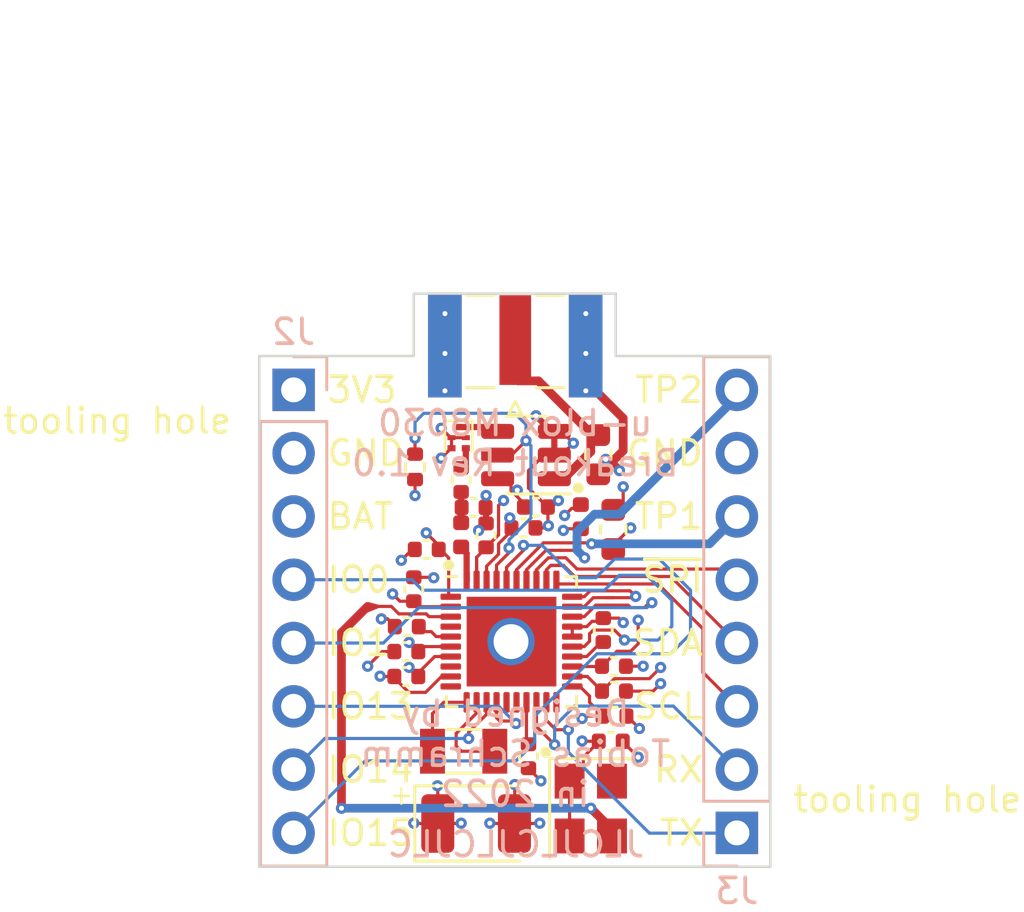
<source format=kicad_pcb>
(kicad_pcb (version 20211014) (generator pcbnew)
  (layers (0 "F.Cu" signal) (1 "In1.Cu" signal) (2 "In2.Cu" signal) (31 "B.Cu" signal) (34 "B.Paste" user) (35 "F.Paste" user) (36 "B.SilkS" user "B.Silkscreen") (37 "F.SilkS" user "F.Silkscreen") (38 "B.Mask" user) (39 "F.Mask" user) (44 "Edge.Cuts" user))
  (net 0 "")
  (net 1 "+3V3")
  (net 2 "GND")
  (net 3 "+1V8")
  (net 4 "Net-(C4-Pad1)")
  (net 5 "Net-(C5-Pad1)")
  (net 6 "+BATT")
  (net 7 "/~{RESET}")
  (net 8 "Net-(C10-Pad1)")
  (net 9 "Net-(C11-Pad2)")
  (net 10 "Net-(C14-Pad1)")
  (net 11 "Net-(C15-Pad1)")
  (net 12 "VDDA")
  (net 13 "Net-(J1-Pad1)")
  (net 14 "Net-(L3-Pad2)")
  (net 15 "/LNA_ON")
  (net 16 "Net-(U1-Pad4)")
  (net 17 "Net-(U3-Pad3)")
  (net 21 "Net-(U3-Pad11)")
  (net 22 "Net-(U3-Pad12)")
  (net 23 "/PIO14")
  (net 24 "/PIO13")
  (net 27 "/RX")
  (net 28 "/TX")
  (net 30 "/PIO0")
  (net 31 "/PIO1")
  (net 32 "/SCL")
  (net 33 "/SDA")
  (net 34 "/~{SPI_EN}")
  (net 35 "/TIME2")
  (net 36 "/TIME1")
  (net 37 "/PIO15")
  (footprint "Capacitor_SMD:C_0402_1005Metric" (layer "F.Cu") (at 106.4 96 90)
    (fp_text reference "C15" hide)
    (fp_text value "1uF")
  )
  (footprint "Inductor_SMD:L_0402_1005Metric" (layer "F.Cu") (at 100.7 92.1775 -90)
    (fp_text reference "L3" hide)
    (fp_text value "8.2nH")
  )
  (footprint "Inductor_SMD:L_0402_1005Metric" (layer "F.Cu") (at 105.5 91.45 90)
    (fp_text reference "FB1" hide)
    (fp_text value "100R@100MHz")
  )
  (footprint "Crystal:Crystal_SMD_3215-2Pin_3.2x1.5mm" (layer "F.Cu") (at 100.8 100.8625)
    (fp_text reference "Y1" hide)
    (fp_text value "32.768k")
  )
  (footprint "Connector_Coaxial:SMA_Samtec_SMA-J-P-X-ST-EM1_EdgeMount" (layer "F.Cu") (at 102.87 84.5625 180)
    (fp_text reference "J1" hide)
    (fp_text value "Conn_Coaxial")
  )
  (footprint "ToolingHole:ToolingHole_JLCSMT" (layer "F.Cu") (at 109.4 102.8)
    (fp_text reference "H2" hide)
    (fp_text value "ToolingHole")
  )
  (footprint "Capacitor_SMD:C_0402_1005Metric" (layer "F.Cu") (at 98.8 94.3625 90)
    (fp_text reference "C13" hide)
    (fp_text value "1uF")
  )
  (footprint "Inductor_SMD:L_0603_1608Metric" (layer "F.Cu") (at 106.8 91.9625 90)
    (fp_text reference "L2" hide)
    (fp_text value "68nH")
  )
  (footprint "Capacitor_SMD:C_0402_1005Metric" (layer "F.Cu") (at 106.83 98.45)
    (fp_text reference "C12" hide)
    (fp_text value "4.7uF")
  )
  (footprint "Inductor_SMD:L_0603_1608Metric" (layer "F.Cu") (at 106.2 88.9625 90)
    (fp_text reference "L1" hide)
    (fp_text value "1uH")
  )
  (footprint "Capacitor_SMD:C_0402_1005Metric" (layer "F.Cu") (at 98.52 95.8625 180)
    (fp_text reference "C14" hide)
    (fp_text value "4.7uF")
  )
  (footprint "Capacitor_SMD:C_0402_1005Metric" (layer "F.Cu") (at 101.7 92.2 90)
    (fp_text reference "C4" hide)
    (fp_text value "1uF")
  )
  (footprint "Capacitor_SMD:C_0402_1005Metric" (layer "F.Cu") (at 99.32 92.7625 180)
    (fp_text reference "C17" hide)
    (fp_text value "1uF")
  )
  (footprint "Resistor_SMD:R_0402_1005Metric" (layer "F.Cu") (at 98.85 89.45 90)
    (fp_text reference "R1" hide)
    (fp_text value "10k")
  )
  (footprint "Capacitor_SMD:C_0402_1005Metric" (layer "F.Cu") (at 98.5 96.8625 180)
    (fp_text reference "C7" hide)
    (fp_text value "1uF")
  )
  (footprint "Capacitor_SMD:C_0402_1005Metric" (layer "F.Cu") (at 103.7 91.0625)
    (fp_text reference "C5" hide)
    (fp_text value "100nF")
  )
  (footprint "Capacitor_Tantalum_SMD:CP_EIA-3528-21_Kemet-B" (layer "F.Cu") (at 101.3 103.7625)
    (fp_text reference "C1" hide)
    (fp_text value "100uF")
  )
  (footprint "Capacitor_SMD:C_0402_1005Metric" (layer "F.Cu") (at 103.2 91.9)
    (fp_text reference "C16" hide)
    (fp_text value "1uF")
  )
  (footprint "Capacitor_SMD:C_0402_1005Metric" (layer "F.Cu") (at 106.83 97.45)
    (fp_text reference "C6" hide)
    (fp_text value "4.7uF")
  )
  (footprint "Capacitor_SMD:C_0402_1005Metric" (layer "F.Cu") (at 103.4 101.0625 -90)
    (fp_text reference "C8" hide)
    (fp_text value "100nF")
  )
  (footprint "Capacitor_SMD:C_0402_1005Metric" (layer "F.Cu") (at 106.85 99.45)
    (fp_text reference "C9" hide)
    (fp_text value "4.7uF")
  )
  (footprint "Capacitor_SMD:C_0402_1005Metric" (layer "F.Cu") (at 98.5 97.8625 180)
    (fp_text reference "C2" hide)
    (fp_text value "1uF")
  )
  (footprint "Package_LGA_Murata:Murata_LGA-5" (layer "F.Cu") (at 100.6 88.2775 -90)
    (fp_text reference "U2" hide)
    (fp_text value "SAFFB1G56KB0F0A")
  )
  (footprint "ToolingHole:ToolingHole_JLCSMT" (layer "F.Cu") (at 96.3 87.6)
    (fp_text reference "H1" hide)
    (fp_text value "ToolingHole")
  )
  (footprint "Capacitor_SMD:C_0402_1005Metric" (layer "F.Cu") (at 100.7 89.9775 90)
    (fp_text reference "C11" hide)
    (fp_text value "47pF")
  )
  (footprint "Package_DFN_QFN:QFN-40-1EP_5x5mm_P0.4mm_EP3.6x3.6mm" (layer "F.Cu") (at 102.72 96.4625)
    (fp_text reference "U3" hide)
    (fp_text value "UBX-G7020-KT")
  )
  (footprint "Capacitor_SMD:C_0402_1005Metric" (layer "F.Cu") (at 101.2 91.0775)
    (fp_text reference "C10" hide)
    (fp_text value "2.7pF")
  )
  (footprint "Capacitor_SMD:C_0402_1005Metric" (layer "F.Cu") (at 106.7 100.4625)
    (fp_text reference "C3" hide)
    (fp_text value "100nF")
  )
  (footprint "Crystal:Crystal_SMD_3225-4Pin_3.2x2.5mm" (layer "F.Cu") (at 105.9 103.1625 -90)
    (fp_text reference "X1" hide)
    (fp_text value "26MHz")
  )
  (footprint "Package_TO_SOT_SMD:SOT-23-6" (layer "F.Cu") (at 103.3 88.9775 180)
    (fp_text reference "U1" hide)
    (fp_text value "AT2659S")
  )
  (footprint "Connector_PinHeader_2.54mm:PinHeader_1x08_P2.54mm_Vertical" (layer "B.Cu") (at 93.98 86.36 180)
    (fp_text reference "J2")
    (fp_text value "Conn_01x08")
  )
  (footprint "Connector_PinHeader_2.54mm:PinHeader_1x08_P2.54mm_Vertical" (layer "B.Cu") (at 111.76 104.14)
    (fp_text reference "J3")
    (fp_text value "Conn_01x08")
  )
  (gr_circle (center 104.1 100.9) (end 104.25 100.9) (layer "F.SilkS") (width 0.15) (fill solid))
  (gr_circle (center 105.4 90.3) (end 105.55 90.3) (layer "F.SilkS") (width 0.15) (fill solid))
  (gr_circle (center 100.2 93.4) (end 100.35 93.4) (layer "F.SilkS") (width 0.15) (fill solid))
  (gr_line (start 113.1 105.5) (end 92.6 105.5) (layer "Edge.Cuts") (width 0.1))
  (gr_line (start 98.8 85) (end 98.8 82.5) (layer "Edge.Cuts") (width 0.1))
  (gr_line (start 98.8 82.5) (end 106.9 82.5) (layer "Edge.Cuts") (width 0.1))
  (gr_line (start 113.1 85) (end 113.1 105.5) (layer "Edge.Cuts") (width 0.1))
  (gr_line (start 92.6 105.5) (end 92.6 85) (layer "Edge.Cuts") (width 0.1))
  (gr_line (start 106.9 85) (end 113.1 85) (layer "Edge.Cuts") (width 0.1))
  (gr_line (start 92.6 85) (end 98.8 85) (layer "Edge.Cuts") (width 0.1))
  (gr_line (start 106.9 82.5) (end 106.9 85) (layer "Edge.Cuts") (width 0.1))
  (gr_text "u-blox M8030\nBreakout Rev 1.0" (at 102.87 88.5) (layer "B.SilkS") (effects (font (size 1 1)) (justify mirror)))
  (gr_text "JLCJLCJLCJLC" (at 102.9 104.6) (layer "B.SilkS") (effects (font (size 1 1)) (justify mirror)))
  (gr_text "Designed by\nTobias Schramm\nin 2022" (at 102.87 100.965) (layer "B.SilkS") (effects (font (size 1 1)) (justify mirror)))
  (gr_text "IO14" (at 95.25 101.6) (layer "F.SilkS") (effects (font (size 1 1)) (justify left)))
  (gr_text "SCL" (at 110.49 99.06) (layer "F.SilkS") (effects (font (size 1 1)) (justify right)))
  (gr_text "3V3" (at 95.25 86.36) (layer "F.SilkS") (effects (font (size 1 1)) (justify left)))
  (gr_text "TP1" (at 110.49 91.44) (layer "F.SilkS") (effects (font (size 1 1)) (justify right)))
  (gr_text "IO1" (at 95.25 96.52) (layer "F.SilkS") (effects (font (size 1 1)) (justify left)))
  (gr_text "BAT" (at 95.25 91.44) (layer "F.SilkS") (effects (font (size 1 1)) (justify left)))
  (gr_text "+" (at 98.3 102.6) (layer "F.SilkS") (effects (font (size 0.8 0.8) (thickness 0.1))))
  (gr_text "GND" (at 95.25 88.9) (layer "F.SilkS") (effects (font (size 1 1)) (justify left)))
  (gr_text "IO0" (at 95.25 93.98) (layer "F.SilkS") (effects (font (size 1 1)) (justify left)))
  (gr_text "IO15" (at 95.25 104.14) (layer "F.SilkS") (effects (font (size 1 1)) (justify left)))
  (gr_text "TX" (at 110.49 104.14) (layer "F.SilkS") (effects (font (size 1 1)) (justify right)))
  (gr_text "SDA" (at 110.49 96.52) (layer "F.SilkS") (effects (font (size 1 1)) (justify right)))
  (gr_text "IO13" (at 95.25 99.06) (layer "F.SilkS") (effects (font (size 1 1)) (justify left)))
  (gr_text "~{SPI}" (at 110.49 93.98) (layer "F.SilkS") (effects (font (size 1 1)) (justify right)))
  (gr_text "RX" (at 110.49 101.6) (layer "F.SilkS") (effects (font (size 1 1)) (justify right)))
  (gr_text "TP2" (at 110.49 86.36) (layer "F.SilkS") (effects (font (size 1 1)) (justify right)))
  (gr_text "GND" (at 110.49 88.9) (layer "F.SilkS") (effects (font (size 1 1)) (justify right)))
  (segment (start 99.7625 103.7625) (end 100.6875 103.7625) (width 0.127) (layer "F.Cu") (net 1))
  (segment (start 105.85 98.65) (end 105.85 98.9) (width 0.127) (layer "F.Cu") (net 1))
  (segment (start 105.4625 98.2625) (end 105.85 98.65) (width 0.127) (layer "F.Cu") (net 1))
  (segment (start 105.1575 97.8625) (end 105.7625 97.8625) (width 0.127) (layer "F.Cu") (net 1))
  (segment (start 105.7625 97.8625) (end 106.35 98.45) (width 0.127) (layer "F.Cu") (net 1))
  (segment (start 106.35 98.45) (end 106.85 97.95) (width 0.127) (layer "F.Cu") (net 1))
  (segment (start 98.98 97.8625) (end 98.977295 97.8625) (width 0.127) (layer "F.Cu") (net 1))
  (segment (start 106.35 97.45) (end 106.95 96.85) (width 0.127) (layer "F.Cu") (net 1))
  (segment (start 106.85 97.95) (end 107.85 97.95) (width 0.127) (layer "F.Cu") (net 1))
  (segment (start 98.977295 97.8625) (end 98.610292 97.495497) (width 0.127) (layer "F.Cu") (net 1))
  (segment (start 105.85 98.9) (end 106.4 99.45) (width 0.127) (layer "F.Cu") (net 1))
  (segment (start 107.85 97.95) (end 108.25 97.95) (width 0.127) (layer "F.Cu") (net 1))
  (segment (start 108.25 97.95) (end 108.7 97.5) (width 0.127) (layer "F.Cu") (net 1))
  (segment (start 98.8125 103.7625) (end 98.8 103.75) (width 0.127) (layer "F.Cu") (net 1))
  (segment (start 100.6875 103.7625) (end 100.7 103.75) (width 0.127) (layer "F.Cu") (net 1))
  (segment (start 107.5 96.85) (end 107.8 96.55) (width 0.127) (layer "F.Cu") (net 1))
  (segment (start 105.1575 98.2625) (end 105.4625 98.2625) (width 0.127) (layer "F.Cu") (net 1))
  (segment (start 107.8 96.55) (end 107.8 95.6) (width 0.127) (layer "F.Cu") (net 1))
  (segment (start 106.37 99.45) (end 105.65 99.45) (width 0.127) (layer "F.Cu") (net 1))
  (segment (start 105.65 99.45) (end 105.55 99.55) (width 0.127) (layer "F.Cu") (net 1))
  (segment (start 106.8 92.6) (end 107.5 91.9) (width 0.127) (layer "F.Cu") (net 1))
  (segment (start 99.7625 103.7625) (end 99.7625 102.2625) (width 0.127) (layer "F.Cu") (net 1))
  (segment (start 99.7625 103.7625) (end 98.8125 103.7625) (width 0.127) (layer "F.Cu") (net 1))
  (segment (start 99.6375 97.0625) (end 99.1 97.6) (width 0.127) (layer "F.Cu") (net 1))
  (segment (start 99.7625 102.2625) (end 99.75 102.25) (width 0.127) (layer "F.Cu") (net 1))
  (segment (start 105.1575 97.4625) (end 106.3375 97.4625) (width 0.127) (layer "F.Cu") (net 1))
  (segment (start 106.3375 97.4625) (end 106.35 97.45) (width 0.127) (layer "F.Cu") (net 1))
  (segment (start 99.1 97.6) (end 99.1 97.7) (width 0.127) (layer "F.Cu") (net 1))
  (segment (start 106.95 96.85) (end 107.5 96.85) (width 0.127) (layer "F.Cu") (net 1))
  (segment (start 100.2825 97.0625) (end 99.6375 97.0625) (width 0.127) (layer "F.Cu") (net 1))
  (segment (start 106.8 92.75) (end 106.8 92.6) (width 0.127) (layer "F.Cu") (net 1))
  (via (at 98.8 103.75) (size 0.45) (drill 0.2) (layers "F.Cu" "B.Cu") (net 1))
  (via (at 107.8 95.6) (size 0.45) (drill 0.2) (layers "F.Cu" "B.Cu") (net 1))
  (via (at 107.5 91.9) (size 0.45) (drill 0.2) (layers "F.Cu" "B.Cu") (net 1))
  (via (at 105.55 99.55) (size 0.45) (drill 0.2) (layers "F.Cu" "B.Cu") (net 1))
  (via (at 99.75 102.25) (size 0.45) (drill 0.2) (layers "F.Cu" "B.Cu") (net 1))
  (via (at 100.7 103.75) (size 0.45) (drill 0.2) (layers "F.Cu" "B.Cu") (net 1))
  (via (at 98.610292 97.495497) (size 0.45) (drill 0.2) (layers "F.Cu" "B.Cu") (net 1))
  (via (at 108.7 97.5) (size 0.45) (drill 0.2) (layers "F.Cu" "B.Cu") (net 1))
  (segment (start 107.31 98.45) (end 108.4 98.45) (width 0.127) (layer "F.Cu") (net 2))
  (segment (start 100.8875 88.2775) (end 100.2775 88.2775) (width 0.127) (layer "F.Cu") (net 2))
  (segment (start 106.625 89.275) (end 106.5 89.15) (width 0.35) (layer "F.Cu") (net 2))
  (segment (start 101.68 91.72) (end 101.4 92) (width 0.25) (layer "F.Cu") (net 2))
  (segment (start 103.4 89.9) (end 103.4 89.6) (width 0.127) (layer "F.Cu") (net 2))
  (segment (start 105.5625 100.4625) (end 105.55 100.45) (width 0.127) (layer "F.Cu") (net 2))
  (segment (start 104.4375 88.1375) (end 103.7 87.4) (width 0.25) (layer "F.Cu") (net 2))
  (segment (start 105.6375 94.6625) (end 105.875 94.425) (width 0.127) (layer "F.Cu") (net 2))
  (segment (start 98.7375 92.7625) (end 98.3 93.2) (width 0.127) (layer "F.Cu") (net 2))
  (segment (start 98.02 96.8625) (end 97.5375 96.8625) (width 0.127) (layer "F.Cu") (net 2))
  (segment (start 105.05 102.0625) (end 105.05 104.25) (width 0.127) (layer "F.Cu") (net 2))
  (segment (start 106.975 94.425) (end 107.475 94.425) (width 0.127) (layer "F.Cu") (net 2))
  (segment (start 97.4625 97.8625) (end 97.45 97.85) (width 0.127) (layer "F.Cu") (net 2))
  (segment (start 105.6 101.45) (end 105.6 101.1) (width 0.127) (layer "F.Cu") (net 2))
  (segment (start 104.0225 88.9775) (end 104.4375 88.9775) (width 0.127) (layer "F.Cu") (net 2))
  (segment (start 105.1575 94.6625) (end 105.6375 94.6625) (width 0.127) (layer "F.Cu") (net 2))
  (segment (start 101.7 91.72) (end 101.68 91.72) (width 0.25) (layer "F.Cu") (net 2))
  (segment (start 104.3375 91.0625) (end 104.6 90.8) (width 0.127) (layer "F.Cu") (net 2))
  (segment (start 105.1575 95.0625) (end 105.6375 95.0625) (width 0.127) (layer "F.Cu") (net 2))
  (segment (start 104.18 91.795) (end 104.2 91.815) (width 0.127) (layer "F.Cu") (net 2))
  (segment (start 97.75 95.55) (end 97.5 95.55) (width 0.127) (layer "F.Cu") (net 2))
  (segment (start 104.4375 88.9775) (end 104.7225 88.9775) (width 0.127) (layer "F.Cu") (net 2))
  (segment (start 106.4 95.52) (end 106.47 95.52) (width 0.127) (layer "F.Cu") (net 2))
  (segment (start 100.3125 88.2775) (end 100.2775 88.2775) (width 0.127) (layer "F.Cu") (net 2))
  (segment (start 103.4 101.55) (end 103.9 102.05) (width 0.127) (layer "F.Cu") (net 2))
  (segment (start 100.2775 88.2775) (end 99.9 87.9) (width 0.127) (layer "F.Cu") (net 2))
  (segment (start 104.7275 88.0275) (end 105.2 88.5) (width 0.127) (layer "F.Cu") (net 2))
  (segment (start 107.33 99.45) (end 107.35 99.45) (width 0.127) (layer "F.Cu") (net 2))
  (segment (start 102.85 103.75) (end 102.85 102.2) (width 0.127) (layer "F.Cu") (net 2))
  (segment (start 105.7375 95.8625) (end 105.95 95.65) (width 0.127) (layer "F.Cu") (net 2))
  (segment (start 100.3125 88.6875) (end 100.3 88.7) (width 0.127) (layer "F.Cu") (net 2))
  (segment (start 106 94.7) (end 106.5 94.7) (width 0.127) (layer "F.Cu") (net 2))
  (segment (start 106.4 95.52) (end 106.42 95.52) (width 0.127) (layer "F.Cu") (net 2))
  (segment (start 102.8375 103.7625) (end 102.85 103.75) (width 0.127) (layer "F.Cu") (net 2))
  (segment (start 107.2 88.8) (end 107.2 87.5) (width 0.35) (layer "F.Cu") (net 2))
  (segment (start 100.2975 88.7025) (end 99.9 89.1) (width 0.127) (layer "F.Cu") (net 2))
  (segment (start 106.22 100.4625) (end 105.5625 100.4625) (width 0.127) (layer "F.Cu") (net 2))
  (segment (start 99.2825 93.8825) (end 99.5825 93.8825) (width 0.127) (layer "F.Cu") (net 2))
  (segment (start 103.68 91.9) (end 104.115 91.9) (width 0.127) (layer "F.Cu") (net 2))
  (segment (start 102.8375 103.7625) (end 101.8625 103.7625) (width 0.127) (layer "F.Cu") (net 2))
  (segment (start 104.4375 88.9775) (end 104.4375 88.1375) (width 0.25) (layer "F.Cu") (net 2))
  (segment (start 107.35 99.45) (end 107.85 99.95) (width 0.127) (layer "F.Cu") (net 2))
  (segment (start 103.4 90.1) (end 103.4 89.9) (width 0.127) (layer "F.Cu") (net 2))
  (segment (start 103.4 89.9) (end 103.4 90.3) (width 0.127) (layer "F.Cu") (net 2))
  (segment (start 106.5 94.7) (end 106.85 94.7) (width 0.127) (layer "F.Cu") (net 2))
  (segment (start 106.725 89.275) (end 107.05 89.6) (width 0.35) (layer "F.Cu") (net 2))
  (segment (start 100.2825 97.8625) (end 99.912883 97.8625) (width 0.127) (layer "F.Cu") (net 2))
  (segment (start 104.18 91.0625) (end 104.18 91.795) (width 0.127) (layer "F.Cu") (net 2))
  (segment (start 98.04 95.84) (end 97.75 95.55) (width 0.127) (layer "F.Cu") (net 2))
  (segment (start 103.4 101.5425) (end 103.4 101.65) (width 0.127) (layer "F.Cu") (net 2))
  (segment (start 107.65 94.7) (end 107.7 94.65) (width 0.127) (layer "F.Cu") (net 2))
  (segment (start 104.38 91.0625) (end 104.38 91.02) (width 0.127) (layer "F.Cu") (net 2))
  (segment (start 106.4 95.52) (end 107.02 95.52) (width 0.127) (layer "F.Cu") (net 2))
  (segment (start 107.31 97.45) (end 108 97.45) (width 0.127) (layer "F.Cu") (net 2))
  (segment (start 101.8625 103.7625) (end 101.85 103.75) (width 0.127) (layer "F.Cu") (net 2))
  (segment (start 104.115 91.9) (end 104.2 91.815) (width 0.127) (layer "F.Cu") (net 2))
  (segment (start 105.6 101.1) (end 106.25 100.45) (width 0.127) (layer "F.Cu") (net 2))
  (segment (start 103.4 89.6) (end 104.0225 88.9775) (width 0.127) (layer "F.Cu") (net 2))
  (segment (start 106.725 89.275) (end 107.2 88.8) (width 0.35) (layer "F.Cu") (net 2))
  (segment (start 98.8 93.8825) (end 99.2825 93.8825) (width 0.127) (layer "F.Cu") (net 2))
  (segment (start 105.875 94.425) (end 106.975 94.425) (width 0.127) (layer "F.Cu") (net 2))
  (segment (start 97.5375 96.8625) (end 96.95 97.45) (width 0.127) (layer "F.Cu") (net 2))
  (segment (start 105.1575 95.8575) (end 105.15 95.85) (width 0.127) (layer "F.Cu") (net 2))
  (segment (start 106.47 95.52) (end 106.6 95.65) (width 0.127) (layer "F.Cu") (net 2))
  (segment (start 105.6375 95.0625) (end 106 94.7) (width 0.127) (layer "F.Cu") (net 2))
  (segment (start 104.7225 88.9775) (end 105.2 88.5) (width 0.127) (layer "F.Cu") (net 2))
  (segment (start 98.04 95.8625) (end 98.04 95.84) (width 0.127) (layer "F.Cu") (net 2))
  (segment (start 103.4 90.3) (end 104.2 91.1) (width 0.127) (layer "F.Cu") (net 2))
  (segment (start 106.725 89.275) (end 106.625 89.275) (width 0.35) (layer "F.Cu") (net 2))
  (segment (start 106.5 94.7) (end 107.65 94.7) (width 0.127) (layer "F.Cu") (net 2))
  (segment (start 104.18 91.0625) (end 104.3375 91.0625) (width 0.127) (layer "F.Cu") (net 2))
  (segment (start 106.25 89.75) (end 106.725 89.275) (width 0.35) (layer "F.Cu") (net 2))
  (segment (start 99.912883 97.8625) (end 99.275383 98.5) (width 0.127) (layer "F.Cu") (net 2))
  (segment (start 103.4 101.5425) (end 103.4 101.55) (width 0.127) (layer "F.Cu") (net 2))
  (segment (start 100.3125 88.2775) (end 100.3125 88.6875) (width 0.127) (layer "F.Cu") (net 2))
  (segment (start 107.475 94.425) (end 107.7 94.65) (width 0.127) (layer "F.Cu") (net 2))
  (segment (start 105.95 95.65) (end 106.45 95.65) (width 0.127) (layer "F.Cu") (net 2))
  (segment (start 99.275383 98.5) (end 98.6 98.5) (width 0.127) (layer "F.Cu") (net 2))
  (segment (start 107.2 87.5) (end 105.8 86.1) (width 0.35) (layer "F.Cu") (net 2))
  (segment (start 107.02 95.52) (end 107.2 95.7) (width 0.127) (layer "F.Cu") (net 2))
  (segment (start 98.85 89.96) (end 98.85 90.6) (width 0.127) (layer "F.Cu") (net 2))
  (segment (start 108.4 98.45) (end 108.7 98.15) (width 0.127) (layer "F.Cu") (net 2))
  (segment (start 103.8375 103.7625) (end 103.85 103.75) (width 0.127) (layer "F.Cu") (net 2))
  (segment (start 105.05 102) (end 105.6 101.45) (width 0.127) (layer "F.Cu") (net 2))
  (segment (start 105.05 102.0625) (end 105.05 102) (width 0.127) (layer "F.Cu") (net 2))
  (segment (start 102.8375 103.7625) (end 103.8375 103.7625) (width 0.127) (layer "F.Cu") (net 2))
  (segment (start 98.84 92.7625) (end 98.7375 92.7625) (width 0.127) (layer "F.Cu") (net 2))
  (segment (start 105.1575 96.2625) (end 105.1575 95.8575) (width 0.127) (layer "F.Cu") (net 2))
  (segment (start 101.7 91.72) (end 101.7 90.6) (width 0.25) (layer "F.Cu") (net 2))
  (segment (start 105.1575 95.8625) (end 105.7375 95.8625) (width 0.127) (layer "F.Cu") (net 2))
  (segment (start 98.6 98.5) (end 98 97.9) (width 0.127) (layer "F.Cu") (net 2))
  (segment (start 106.2 89.75) (end 106.25 89.75) (width 0.35) (layer "F.Cu") (net 2))
  (segment (start 104.4375 88.0275) (end 104.7275 88.0275) (width 0.127) (layer "F.Cu") (net 2))
  (segment (start 98.02 97.8625) (end 97.4625 97.8625) (width 0.127) (layer "F.Cu") (net 2))
  (segment (start 99.5825 93.8825) (end 99.6 93.9) (width 0.127) (layer "F.Cu") (net 2))
  (segment (start 100.3125 88.7025) (end 100.2975 88.7025) (width 0.127) (layer "F.Cu") (net 2))
  (via (at 104.6 90.8) (size 0.45) (drill 0.2) (layers "F.Cu" "B.Cu") (net 2))
  (via (at 107.7 94.65) (size 0.45) (drill 0.2) (layers "F.Cu" "B.Cu") (net 2))
  (via (at 107.85 99.95) (size 0.45) (drill 0.2) (layers "F.Cu" "B.Cu") (net 2))
  (via (at 101.4 92) (size 0.45) (drill 0.2) (layers "F.Cu" "B.Cu") (net 2))
  (via (at 96.95 97.45) (size 0.45) (drill 0.2) (layers "F.Cu" "B.Cu") (net 2))
  (via (at 108.7 98.15) (size 0.45) (drill 0.2) (layers "F.Cu" "B.Cu") (net 2))
  (via (at 104.2 91.815) (size 0.45) (drill 0.2) (layers "F.Cu" "B.Cu") (net 2))
  (via (at 103.9 102.05) (size 0.45) (drill 0.2) (layers "F.Cu" "B.Cu") (net 2))
  (via (at 107.2 95.7) (size 0.45) (drill 0.2) (layers "F.Cu" "B.Cu") (net 2))
  (via (at 106.5 89.15) (size 0.45) (drill 0.2) (layers "F.Cu" "B.Cu") (net 2))
  (via (at 107.05 89.6) (size 0.45) (drill 0.2) (layers "F.Cu" "B.Cu") (net 2))
  (via (at 100.05 84.9) (size 0.45) (drill 0.2) (layers "F.Cu" "B.Cu") (net 2))
  (via (at 97.5 95.55) (size 0.45) (drill 0.2) (layers "F.Cu" "B.Cu") (net 2))
  (via (at 105.7 84.9) (size 0.45) (drill 0.2) (layers "F.Cu" "B.Cu") (net 2))
  (via (at 98.3 93.2) (size 0.45) (drill 0.2) (layers "F.Cu" "B.Cu") (net 2))
  (via (at 99.9 87.9) (size 0.45) (drill 0.2) (layers "F.Cu" "B.Cu") (net 2))
  (via (at 105.55 100.45) (size 0.45) (drill 0.2) (layers "F.Cu" "B.Cu") (net 2))
  (via (at 105.2 88.5) (size 0.45) (drill 0.2) (layers "F.Cu" "B.Cu") (net 2))
  (via (at 101.7 90.6) (size 0.45) (drill 0.2) (layers "F.Cu" "B.Cu") (net 2))
  (via (at 101.85 103.75) (size 0.45) (drill 0.2) (layers "F.Cu" "B.Cu") (net 2))
  (via (at 105.7 86.4) (size 0.45) (drill 0.2) (layers "F.Cu" "B.Cu") (net 2))
  (via (at 102.7 96.4625) (size 1.9) (drill 1.4) (layers "F.Cu" "B.Cu") (net 2))
  (via (at 108 97.45) (size 0.45) (drill 0.2) (layers "F.Cu" "B.Cu") (net 2))
  (via (at 100.05 83.3) (size 0.45) (drill 0.2) (layers "F.Cu" "B.Cu") (net 2))
  (via (at 98.85 90.6) (size 0.45) (drill 0.2) (layers "F.Cu" "B.Cu") (net 2))
  (via (at 105.7 83.3) (size 0.45) (drill 0.2) (layers "F.Cu" "B.Cu") (net 2))
  (via (at 99.9 89.1) (size 0.45) (drill 0.2) (layers "F.Cu" "B.Cu") (net 2))
  (via (at 103.7 87.4) (size 0.45) (drill 0.2) (layers "F.Cu" "B.Cu") (net 2))
  (via (at 102.85 102.2) (size 0.45) (drill 0.2) (layers "F.Cu" "B.Cu") (net 2))
  (via (at 99.6 93.9) (size 0.45) (drill 0.2) (layers "F.Cu" "B.Cu") (net 2))
  (via (at 97.45 97.85) (size 0.45) (drill 0.2) (layers "F.Cu" "B.Cu") (net 2))
  (via (at 100.05 86.4) (size 0.45) (drill 0.2) (layers "F.Cu" "B.Cu") (net 2))
  (via (at 103.85 103.75) (size 0.45) (drill 0.2) (layers "F.Cu" "B.Cu") (net 2))
  (segment (start 107.8 101.1) (end 107.2 100.5) (width 0.127) (layer "F.Cu") (net 3))
  (segment (start 98.9625 95.0625) (end 98.8 94.9) (width 0.127) (layer "F.Cu") (net 3))
  (segment (start 98.8 94.8425) (end 98.2425 94.8425) (width 0.127) (layer "F.Cu") (net 3))
  (segment (start 98.2425 94.8425) (end 97.95 94.55) (width 0.127) (layer "F.Cu") (net 3))
  (segment (start 107.18 100.4625) (end 107.18 101.82) (width 0.127) (layer "F.Cu") (net 3))
  (segment (start 107.2 100.5) (end 107.2 100.4) (width 0.127) (layer "F.Cu") (net 3))
  (segment (start 100.2825 95.0625) (end 98.9625 95.0625) (width 0.127) (layer "F.Cu") (net 3))
  (segment (start 107.18 101.82) (end 107.15 101.85) (width 0.127) (layer "F.Cu") (net 3))
  (via (at 107.8 101.1) (size 0.45) (drill 0.2) (layers "F.Cu" "B.Cu") (net 3))
  (via (at 97.95 94.55) (size 0.45) (drill 0.2) (layers "F.Cu" "B.Cu") (net 3))
  (segment (start 101.7 92.68) (end 102.2 92.18) (width 0.127) (layer "F.Cu") (net 4))
  (segment (start 99.8 92.6) (end 99.3 92.1) (width 0.127) (layer "F.Cu") (net 4))
  (segment (start 101.32 93.08) (end 101.7 92.7) (width 0.127) (layer "F.Cu") (net 4))
  (segment (start 100.2 93.1) (end 100.2 94.7) (width 0.127) (layer "F.Cu") (net 4))
  (segment (start 99.8 92.7625) (end 99.8 92.6) (width 0.127) (layer "F.Cu") (net 4))
  (segment (start 99.8 92.7625) (end 99.8625 92.7625) (width 0.127) (layer "F.Cu") (net 4))
  (segment (start 101.32 94.025) (end 101.32 93.18) (width 0.127) (layer "F.Cu") (net 4))
  (segment (start 101.32 94.025) (end 101.32 93.08) (width 0.127) (layer "F.Cu") (net 4))
  (segment (start 102.2 91) (end 102.4 90.8) (width 0.127) (layer "F.Cu") (net 4))
  (segment (start 102.2 92.18) (end 102.2 91) (width 0.127) (layer "F.Cu") (net 4))
  (segment (start 105.135 91.115) (end 104.85 91.4) (width 0.127) (layer "F.Cu") (net 4))
  (segment (start 99.8625 92.7625) (end 100.2 93.1) (width 0.127) (layer "F.Cu") (net 4))
  (segment (start 105.5 91.115) (end 105.135 91.115) (width 0.127) (layer "F.Cu") (net 4))
  (via (at 99.3 92.1) (size 0.45) (drill 0.2) (layers "F.Cu" "B.Cu") (net 4))
  (via (at 102.4 90.8) (size 0.45) (drill 0.2) (layers "F.Cu" "B.Cu") (net 4))
  (via (at 104.85 91.4) (size 0.45) (drill 0.2) (layers "F.Cu" "B.Cu") (net 4))
  (segment (start 102.7 90.3) (end 102.7 89.9) (width 0.127) (layer "F.Cu") (net 5))
  (segment (start 102.835 90.5) (end 102.95 90.385) (width 0.127) (layer "F.Cu") (net 5))
  (segment (start 102.8 90.5) (end 102.7 90.4) (width 0.127) (layer "F.Cu") (net 5))
  (segment (start 103.42 91.0625) (end 103.42 91.02) (width 0.127) (layer "F.Cu") (net 5))
  (segment (start 103.22 91.0625) (end 103.22 90.92) (width 0.127) (layer "F.Cu") (net 5))
  (segment (start 102.8 90.5) (end 102.835 90.5) (width 0.127) (layer "F.Cu") (net 5))
  (segment (start 106.8 91.175) (end 106.875 91.175) (width 0.127) (layer "F.Cu") (net 5))
  (segment (start 102.7 90.4) (end 102.7 90.3) (width 0.127) (layer "F.Cu") (net 5))
  (segment (start 103.22 90.92) (end 102.8 90.5) (width 0.127) (layer "F.Cu") (net 5))
  (segment (start 106.875 91.175) (end 107.2 90.85) (width 0.127) (layer "F.Cu") (net 5))
  (segment (start 107.2 90.85) (end 107.2 90.25) (width 0.127) (layer "F.Cu") (net 5))
  (via (at 107.2 90.25) (size 0.45) (drill 0.2) (layers "F.Cu" "B.Cu") (net 5))
  (via (at 102.95 90.385) (size 0.45) (drill 0.2) (layers "F.Cu" "B.Cu") (net 5))
  (segment (start 98.977295 96.8625) (end 98.610292 96.495497) (width 0.127) (layer "F.Cu") (net 6))
  (segment (start 100.2825 96.6625) (end 98.9375 96.6625) (width 0.127) (layer "F.Cu") (net 6))
  (segment (start 98.9375 96.6625) (end 98.9 96.7) (width 0.127) (layer "F.Cu") (net 6))
  (segment (start 98.98 96.8625) (end 98.977295 96.8625) (width 0.127) (layer "F.Cu") (net 6))
  (via (at 98.610292 96.495497) (size 0.45) (drill 0.2) (layers "F.Cu" "B.Cu") (net 6))
  (segment (start 103.32 98.9) (end 103.32 100.52) (width 0.127) (layer "F.Cu") (net 7))
  (segment (start 103.32 100.52) (end 103.35 100.55) (width 0.127) (layer "F.Cu") (net 7))
  (segment (start 100.7 91.6925) (end 100.7 90.4) (width 0.25) (layer "F.Cu") (net 8))
  (segment (start 100.8875 89.3125) (end 100.7 89.5) (width 0.25) (layer "F.Cu") (net 9))
  (segment (start 100.8875 88.7025) (end 100.8875 89.3125) (width 0.25) (layer "F.Cu") (net 9))
  (segment (start 99.7 96.2625) (end 99.5 96.0625) (width 0.127) (layer "F.Cu") (net 10))
  (segment (start 100.2825 96.2625) (end 99.7 96.2625) (width 0.127) (layer "F.Cu") (net 10))
  (segment (start 99.5 96.0625) (end 99 96.0625) (width 0.127) (layer "F.Cu") (net 10))
  (segment (start 105.1575 97.0625) (end 105.7375 97.0625) (width 0.127) (layer "F.Cu") (net 11))
  (segment (start 105.7375 97.0625) (end 106.35 96.45) (width 0.127) (layer "F.Cu") (net 11))
  (segment (start 102.72 92.018532) (end 102.72 91.9) (width 0.127) (layer "F.Cu") (net 12))
  (segment (start 102.2 92.538532) (end 102.72 92.018532) (width 0.127) (layer "F.Cu") (net 12))
  (segment (start 101.72 93.436718) (end 102.006698 93.15002) (width 0.127) (layer "F.Cu") (net 12))
  (segment (start 102.2 92.956718) (end 102.2 92.75) (width 0.127) (layer "F.Cu") (net 12))
  (segment (start 102.72 91.57) (end 102.65 91.5) (width 0.127) (layer "F.Cu") (net 12))
  (segment (start 104.865 91.935) (end 104.8 92) (width 0.127) (layer "F.Cu") (net 12))
  (segment (start 102.2 92.75) (end 102.2 92.6) (width 0.127) (layer "F.Cu") (net 12))
  (segment (start 102.2 92.75) (end 102.2 92.538532) (width 0.127) (layer "F.Cu") (net 12))
  (segment (start 105.5 91.935) (end 104.865 91.935) (width 0.127) (layer "F.Cu") (net 12))
  (segment (start 102.72 91.9) (end 102.72 91.57) (width 0.127) (layer "F.Cu") (net 12))
  (segment (start 101.72 94.025) (end 101.72 93.436718) (width 0.127) (layer "F.Cu") (net 12))
  (segment (start 102.006698 93.15002) (end 102.2 92.956718) (width 0.127) (layer "F.Cu") (net 12))
  (via (at 102.65 91.5) (size 0.45) (drill 0.2) (layers "F.Cu" "B.Cu") (net 12))
  (via (at 104.8 92) (size 0.45) (drill 0.2) (layers "F.Cu" "B.Cu") (net 12))
  (segment (start 106.2 88.175) (end 105.975 88.175) (width 0.35) (layer "F.Cu") (net 13))
  (segment (start 104.4375 89.9275) (end 104.811728 89.9275) (width 0.35) (layer "F.Cu") (net 13))
  (segment (start 105.9 88.839228) (end 105.9 88.2) (width 0.35) (layer "F.Cu") (net 13))
  (segment (start 104.811728 89.9275) (end 105.9 88.839228) (width 0.35) (layer "F.Cu") (net 13))
  (segment (start 103.8 86) (end 103 86) (width 0.35) (layer "F.Cu") (net 13))
  (segment (start 105.975 88.175) (end 103.8 86) (width 0.35) (layer "F.Cu") (net 13))
  (segment (start 100.92 92.92) (end 100.7 92.7) (width 0.25) (layer "F.Cu") (net 14))
  (segment (start 100.92 94.025) (end 100.92 92.92) (width 0.25) (layer "F.Cu") (net 14))
  (segment (start 102.332625 93.182625) (end 102.620216 92.895034) (width 0.127) (layer "F.Cu") (net 15))
  (segment (start 102.620216 92.895034) (end 102.620216 92.705216) (width 0.127) (layer "F.Cu") (net 15))
  (segment (start 102.1625 88.9775) (end 102.7225 88.9775) (width 0.127) (layer "F.Cu") (net 15))
  (segment (start 102.12 93.39525) (end 102.332625 93.182625) (width 0.127) (layer "F.Cu") (net 15))
  (segment (start 102.12 94.025) (end 102.12 93.39525) (width 0.127) (layer "F.Cu") (net 15))
  (segment (start 102.7225 88.9775) (end 103.3 88.4) (width 0.127) (layer "F.Cu") (net 15))
  (segment (start 98.85 88.94) (end 98.85 88.3) (width 0.127) (layer "F.Cu") (net 15))
  (via (at 103.3 88.4) (size 0.45) (drill 0.2) (layers "F.Cu" "B.Cu") (net 15))
  (via (at 98.85 88.3) (size 0.45) (drill 0.2) (layers "F.Cu" "B.Cu") (net 15))
  (via (at 102.620216 92.705216) (size 0.45) (drill 0.2) (layers "F.Cu" "B.Cu") (net 15))
  (segment (start 103.5 91.5) (end 103.5 88.6) (width 0.127) (layer "B.Cu") (net 15))
  (segment (start 100 87.3) (end 99.2 87.3) (width 0.127) (layer "B.Cu") (net 15))
  (segment (start 102.85 87.3) (end 100 87.3) (width 0.127) (layer "B.Cu") (net 15))
  (segment (start 98.85 87.65) (end 98.85 88.3) (width 0.127) (layer "B.Cu") (net 15))
  (segment (start 100 87.3) (end 99.85 87.3) (width 0.127) (layer "B.Cu") (net 15))
  (segment (start 99.2 87.3) (end 98.85 87.65) (width 0.127) (layer "B.Cu") (net 15))
  (segment (start 103.3 88.4) (end 103.3 87.75) (width 0.127) (layer "B.Cu") (net 15))
  (segment (start 103.3 87.75) (end 102.85 87.3) (width 0.127) (layer "B.Cu") (net 15))
  (segment (start 102.620216 92.705216) (end 102.620216 92.379784) (width 0.127) (layer "B.Cu") (net 15))
  (segment (start 102.620216 92.379784) (end 103.5 91.5) (width 0.127) (layer "B.Cu") (net 15))
  (segment (start 103.5 88.6) (end 103.3 88.4) (width 0.127) (layer "B.Cu") (net 15))
  (segment (start 102.2525 87.8525) (end 102.3 87.9) (width 0.25) (layer "F.Cu") (net 16))
  (segment (start 100.6 87.8525) (end 102.2525 87.8525) (width 0.25) (layer "F.Cu") (net 16))
  (segment (start 96.95 95.05) (end 97.9 95.05) (width 0.127) (layer "F.Cu") (net 17))
  (segment (start 106.75 104.2625) (end 106.75 104) (width 0.127) (layer "F.Cu") (net 17))
  (segment (start 96.5 95.5) (end 96.95 95.05) (width 0.127) (layer "F.Cu") (net 17))
  (segment (start 99.4125 95.4625) (end 100.2825 95.4625) (width 0.127) (layer "F.Cu") (net 17))
  (segment (start 95.9 96.1) (end 96.95 95.05) (width 0.35) (layer "F.Cu") (net 17))
  (segment (start 95.9 103.15) (end 95.9 96.1) (width 0.35) (layer "F.Cu") (net 17))
  (segment (start 106.75 104) (end 105.9 103.15) (width 0.35) (layer "F.Cu") (net 17))
  (segment (start 97.9 95.05) (end 98.2 95.35) (width 0.127) (layer "F.Cu") (net 17))
  (segment (start 98.2 95.35) (end 99.3 95.35) (width 0.127) (layer "F.Cu") (net 17))
  (segment (start 99.3 95.35) (end 99.4125 95.4625) (width 0.127) (layer "F.Cu") (net 17))
  (via (at 105.9 103.15) (size 0.45) (drill 0.2) (layers "F.Cu" "B.Cu") (net 17))
  (via (at 95.9 103.15) (size 0.45) (drill 0.2) (layers "F.Cu" "B.Cu") (net 17))
  (segment (start 95.9 103.15) (end 105.9 103.15) (width 0.35) (layer "B.Cu") (net 17))
  (segment (start 100 98.9) (end 99.55 99.35) (width 0.127) (layer "F.Cu") (net 21))
  (segment (start 100.92 98.9) (end 100 98.9) (width 0.127) (layer "F.Cu") (net 21))
  (segment (start 99.55 99.35) (end 99.55 100.85) (width 0.127) (layer "F.Cu") (net 21))
  (segment (start 100.9 99.75) (end 100.5 100.15) (width 0.127) (layer "F.Cu") (net 22))
  (segment (start 101.32 99.33) (end 100.9 99.75) (width 0.127) (layer "F.Cu") (net 22))
  (segment (start 100.5 100.15) (end 100.5 100.65) (width 0.127) (layer "F.Cu") (net 22))
  (segment (start 100.5 100.65) (end 100.55 100.7) (width 0.127) (layer "F.Cu") (net 22))
  (segment (start 102.05 100.8625) (end 100.7125 100.8625) (width 0.127) (layer "F.Cu") (net 22))
  (segment (start 100.7125 100.8625) (end 100.55 100.7) (width 0.127) (layer "F.Cu") (net 22))
  (segment (start 101.32 98.9) (end 101.32 99.33) (width 0.127) (layer "F.Cu") (net 22))
  (segment (start 101.72 99.38) (end 101.25 99.85) (width 0.127) (layer "F.Cu") (net 23))
  (segment (start 101.25 99.85) (end 101 100.1) (width 0.127) (layer "F.Cu") (net 23))
  (segment (start 101 100.1) (end 101 100.35) (width 0.127) (layer "F.Cu") (net 23))
  (segment (start 101.72 98.9) (end 101.72 99.38) (width 0.127) (layer "F.Cu") (net 23))
  (via (at 101 100.35) (size 0.45) (drill 0.2) (layers "F.Cu" "B.Cu") (net 23))
  (segment (start 95.23 100.35) (end 101 100.35) (width 0.127) (layer "B.Cu") (net 23))
  (segment (start 93.98 101.6) (end 95.23 100.35) (width 0.127) (layer "B.Cu") (net 23))
  (segment (start 102.12 99.52) (end 102.25 99.65) (width 0.127) (layer "F.Cu") (net 24))
  (segment (start 102.8 99.65) (end 102.9 99.75) (width 0.127) (layer "F.Cu") (net 24))
  (segment (start 102.12 98.9) (end 102.12 99.52) (width 0.127) (layer "F.Cu") (net 24))
  (segment (start 102.25 99.65) (end 102.8 99.65) (width 0.127) (layer "F.Cu") (net 24))
  (via (at 102.9 99.75) (size 0.45) (drill 0.2) (layers "F.Cu" "B.Cu") (net 24))
  (segment (start 93.98 99.06) (end 102.21 99.06) (width 0.127) (layer "B.Cu") (net 24))
  (segment (start 102.21 99.06) (end 102.9 99.75) (width 0.127) (layer "B.Cu") (net 24))
  (segment (start 103.72 99.87) (end 104.45 100.6) (width 0.127) (layer "F.Cu") (net 27))
  (segment (start 103.72 98.9) (end 103.72 99.87) (width 0.127) (layer "F.Cu") (net 27))
  (via (at 104.45 100.6) (size 0.45) (drill 0.2) (layers "F.Cu" "B.Cu") (net 27))
  (segment (start 104.45 100.6) (end 104.45 99.85) (width 0.127) (layer "B.Cu") (net 27))
  (segment (start 104.45 99.85) (end 105.25 99.05) (width 0.127) (layer "B.Cu") (net 27))
  (segment (start 109.21 99.05) (end 111.76 101.6) (width 0.127) (layer "B.Cu") (net 27))
  (segment (start 105.25 99.05) (end 109.21 99.05) (width 0.127) (layer "B.Cu") (net 27))
  (segment (start 104.12 98.9) (end 104.12 99.62) (width 0.127) (layer "F.Cu") (net 28))
  (segment (start 104.5 100) (end 105 100) (width 0.127) (layer "F.Cu") (net 28))
  (segment (start 104.12 99.62) (end 104.5 100) (width 0.127) (layer "F.Cu") (net 28))
  (via (at 105 100) (size 0.45) (drill 0.2) (layers "F.Cu" "B.Cu") (net 28))
  (segment (start 105 100.9) (end 108.25 104.15) (width 0.127) (layer "B.Cu") (net 28))
  (segment (start 105 100) (end 105 100.9) (width 0.127) (layer "B.Cu") (net 28))
  (segment (start 108.25 104.15) (end 111.75 104.15) (width 0.127) (layer "B.Cu") (net 28))
  (segment (start 106 96) (end 106.85 96) (width 0.127) (layer "F.Cu") (net 30))
  (segment (start 105.1575 96.6625) (end 105.6375 96.6625) (width 0.127) (layer "F.Cu") (net 30))
  (segment (start 105.85 96.15) (end 106 96) (width 0.127) (layer "F.Cu") (net 30))
  (segment (start 105.85 96.45) (end 105.85 96.15) (width 0.127) (layer "F.Cu") (net 30))
  (segment (start 106.85 96) (end 107.25 96.4) (width 0.127) (layer "F.Cu") (net 30))
  (segment (start 105.6375 96.6625) (end 105.85 96.45) (width 0.127) (layer "F.Cu") (net 30))
  (via (at 107.25 96.4) (size 0.45) (drill 0.2) (layers "F.Cu" "B.Cu") (net 30))
  (segment (start 93.98 93.98) (end 98.73 93.98) (width 0.127) (layer "B.Cu") (net 30))
  (segment (start 108.15 93.8) (end 109.15 94.8) (width 0.127) (layer "B.Cu") (net 30))
  (segment (start 109.15 95.85) (end 108.6 96.4) (width 0.127) (layer "B.Cu") (net 30))
  (segment (start 108.15 93.8) (end 107.05 93.8) (width 0.127) (layer "B.Cu") (net 30))
  (segment (start 99.15 94.4) (end 106.45 94.4) (width 0.127) (layer "B.Cu") (net 30))
  (segment (start 107.55 93.8) (end 108.15 93.8) (width 0.127) (layer "B.Cu") (net 30))
  (segment (start 108.6 96.4) (end 107.25 96.4) (width 0.127) (layer "B.Cu") (net 30))
  (segment (start 98.73 93.98) (end 99.15 94.4) (width 0.127) (layer "B.Cu") (net 30))
  (segment (start 109.15 94.8) (end 109.15 95.85) (width 0.127) (layer "B.Cu") (net 30))
  (segment (start 107.05 93.8) (end 106.45 94.4) (width 0.127) (layer "B.Cu") (net 30))
  (segment (start 105.1575 95.4625) (end 105.6375 95.4625) (width 0.127) (layer "F.Cu") (net 31))
  (segment (start 108.125 95.025) (end 108.25 94.9) (width 0.127) (layer "F.Cu") (net 31))
  (segment (start 107.5 95.1) (end 108.05 95.1) (width 0.127) (layer "F.Cu") (net 31))
  (segment (start 108.05 95.1) (end 108.125 95.025) (width 0.127) (layer "F.Cu") (net 31))
  (segment (start 106.75 95) (end 107.4 95) (width 0.127) (layer "F.Cu") (net 31))
  (segment (start 108.25 94.9) (end 108.35 94.9) (width 0.127) (layer "F.Cu") (net 31))
  (segment (start 105.6375 95.4625) (end 106.1 95) (width 0.127) (layer "F.Cu") (net 31))
  (segment (start 107.4 95) (end 107.5 95.1) (width 0.127) (layer "F.Cu") (net 31))
  (segment (start 106.1 95) (end 106.75 95) (width 0.127) (layer "F.Cu") (net 31))
  (via (at 108.35 94.9) (size 0.45) (drill 0.2) (layers "F.Cu" "B.Cu") (net 31))
  (segment (start 108.35 94.9) (end 108.15 95.1) (width 0.127) (layer "B.Cu") (net 31))
  (segment (start 93.98 96.52) (end 97.58 96.52) (width 0.127) (layer "B.Cu") (net 31))
  (segment (start 99 95.1) (end 98.95 95.15) (width 0.127) (layer "B.Cu") (net 31))
  (segment (start 108.15 95.1) (end 99 95.1) (width 0.127) (layer "B.Cu") (net 31))
  (segment (start 97.58 96.52) (end 98.95 95.15) (width 0.127) (layer "B.Cu") (net 31))
  (segment (start 110.4 95.95) (end 110.4 97.7) (width 0.127) (layer "F.Cu") (net 32))
  (segment (start 104.5 94.15) (end 108.6 94.15) (width 0.127) (layer "F.Cu") (net 32))
  (segment (start 108.6 94.15) (end 110.4 95.95) (width 0.127) (layer "F.Cu") (net 32))
  (segment (start 110.4 97.7) (end 111.75 99.05) (width 0.127) (layer "F.Cu") (net 32))
  (segment (start 104.35 93.4) (end 104.75 93.4) (width 0.127) (layer "F.Cu") (net 33))
  (segment (start 104.12 93.58) (end 104.3 93.4) (width 0.127) (layer "F.Cu") (net 33))
  (segment (start 104.35 93.4) (end 104.5 93.4) (width 0.127) (layer "F.Cu") (net 33))
  (segment (start 105.25 93.85) (end 109.1 93.85) (width 0.127) (layer "F.Cu") (net 33))
  (segment (start 104.8 93.4) (end 105.25 93.85) (width 0.127) (layer "F.Cu") (net 33))
  (segment (start 109.1 93.85) (end 111.75 96.5) (width 0.127) (layer "F.Cu") (net 33))
  (segment (start 104.75 93.4) (end 104.8 93.4) (width 0.127) (layer "F.Cu") (net 33))
  (segment (start 104.5 93.4) (end 104.8 93.4) (width 0.127) (layer "F.Cu") (net 33))
  (segment (start 104.5 93.4) (end 104.7 93.4) (width 0.127) (layer "F.Cu") (net 33))
  (segment (start 104.3 93.4) (end 104.35 93.4) (width 0.127) (layer "F.Cu") (net 33))
  (segment (start 104.12 94.025) (end 104.12 93.58) (width 0.127) (layer "F.Cu") (net 33))
  (segment (start 103.72 93.58) (end 104.2 93.1) (width 0.127) (layer "F.Cu") (net 34))
  (segment (start 111.35 93.55) (end 111.8 94) (width 0.127) (layer "F.Cu") (net 34))
  (segment (start 104.9 93.1) (end 105.35 93.55) (width 0.127) (layer "F.Cu") (net 34))
  (segment (start 104.2 93.1) (end 104.9 93.1) (width 0.127) (layer "F.Cu") (net 34))
  (segment (start 103.72 94.025) (end 103.72 93.58) (width 0.127) (layer "F.Cu") (net 34))
  (segment (start 105.35 93.55) (end 111.35 93.55) (width 0.127) (layer "F.Cu") (net 34))
  (segment (start 103.32 94.025) (end 103.32 93.58) (width 0.127) (layer "F.Cu") (net 35))
  (segment (start 103.32 93.58) (end 104.1 92.8) (width 0.127) (layer "F.Cu") (net 35))
  (segment (start 104.7 92.8) (end 105.35 92.8) (width 0.127) (layer "F.Cu") (net 35))
  (segment (start 104.1 92.8) (end 104.7 92.8) (width 0.127) (layer "F.Cu") (net 35))
  (segment (start 105.35 92.8) (end 105.65 93.1) (width 0.127) (layer "F.Cu") (net 35))
  (via (at 105.65 93.1) (size 0.45) (drill 0.2) (layers "F.Cu" "B.Cu") (net 35))
  (segment (start 107.05 91.35) (end 106.25 91.35) (width 0.35) (layer "B.Cu") (net 35))
  (segment (start 105.35 92.8) (end 105.35 92.65) (width 0.35) (layer "B.Cu") (net 35))
  (segment (start 111.76 86.36) (end 111.76 86.64) (width 0.35) (layer "B.Cu") (net 35))
  (segment (start 106.2 91.4) (end 106.25 91.35) (width 0.127) (layer "B.Cu") (net 35))
  (segment (start 105.35 92.05) (end 106.05 91.35) (width 0.35) (layer "B.Cu") (net 35))
  (segment (start 105.35 92.65) (end 105.35 92.05) (width 0.35) (layer "B.Cu") (net 35))
  (segment (start 105.35 92.65) (end 105.35 92.25) (width 0.35) (layer "B.Cu") (net 35))
  (segment (start 111.76 86.64) (end 107.05 91.35) (width 0.35) (layer "B.Cu") (net 35))
  (segment (start 106.05 91.35) (end 106.25 91.35) (width 0.35) (layer "B.Cu") (net 35))
  (segment (start 105.65 93.1) (end 105.35 92.8) (width 0.35) (layer "B.Cu") (net 35))
  (segment (start 111.5 86.3) (end 111.85 86.3) (width 0.127) (layer "B.Cu") (net 35))
  (segment (start 103.8 92.7) (end 104 92.5) (width 0.127) (layer "F.Cu") (net 36))
  (segment (start 102.92 93.58) (end 103.8 92.7) (width 0.127) (layer "F.Cu") (net 36))
  (segment (start 104 92.5) (end 105.892406 92.5) (width 0.127) (layer "F.Cu") (net 36))
  (segment (start 105.892406 92.5) (end 105.931976 92.53957) (width 0.127) (layer "F.Cu") (net 36))
  (segment (start 102.92 94.025) (end 102.92 93.58) (width 0.127) (layer "F.Cu") (net 36))
  (via (at 105.931976 92.53957) (size 0.45) (drill 0.2) (layers "F.Cu" "B.Cu") (net 36))
  (segment (start 110.66043 92.53957) (end 111.8 91.4) (width 0.35) (layer "B.Cu") (net 36))
  (segment (start 105.931976 92.53957) (end 110.66043 92.53957) (width 0.35) (layer "B.Cu") (net 36))
  (segment (start 103.1 92.9) (end 103.2 92.8) (width 0.127) (layer "F.Cu") (net 37))
  (segment (start 102.52 94.025) (end 102.52 93.48) (width 0.127) (layer "F.Cu") (net 37))
  (segment (start 103.2 92.8) (end 103.2 92.6) (width 0.127) (layer "F.Cu") (net 37))
  (segment (start 102.52 93.48) (end 103.1 92.9) (width 0.127) (layer "F.Cu") (net 37))
  (via (at 103.2 92.6) (size 0.45) (drill 0.2) (layers "F.Cu" "B.Cu") (net 37))
  (segment (start 103.2 92.6) (end 103.95 92.6) (width 0.127) (layer "B.Cu") (net 37))
  (segment (start 106.85 93.15) (end 108.65 93.15) (width 0.127) (layer "B.Cu") (net 37))
  (segment (start 103.95 92.6) (end 105.25 93.9) (width 0.127) (layer "B.Cu") (net 37))
  (segment (start 106.15 96.95) (end 103.65 99.45) (width 0.127) (layer "B.Cu") (net 37))
  (segment (start 109.1 96.95) (end 106.15 96.95) (width 0.127) (layer "B.Cu") (net 37))
  (segment (start 103.65 99.45) (end 103.65 100.5) (width 0.127) (layer "B.Cu") (net 37))
  (segment (start 102.9 101.25) (end 96.85 101.25) (width 0.127) (layer "B.Cu") (net 37))
  (segment (start 103.65 100.5) (end 102.9 101.25) (width 0.127) (layer "B.Cu") (net 37))
  (segment (start 109.9 96.15) (end 109.1 96.95) (width 0.127) (layer "B.Cu") (net 37))
  (segment (start 109.9 94.4) (end 109.9 96.15) (width 0.127) (layer "B.Cu") (net 37))
  (segment (start 96.85 101.25) (end 93.95 104.15) (width 0.127) (layer "B.Cu") (net 37))
  (segment (start 106.1 93.9) (end 106.85 93.15) (width 0.127) (layer "B.Cu") (net 37))
  (segment (start 108.65 93.15) (end 109.9 94.4) (width 0.127) (layer "B.Cu") (net 37))
  (segment (start 105.25 93.9) (end 106.1 93.9) (width 0.127) (layer "B.Cu") (net 37))
  (zone (net 17) (net_name "Net-(U3-Pad3)") (layer "F.Cu") (connect_pads yes (clearance 0.0254)) (min_thickness 0.0254) (fill yes (thermal_gap 0.254) (thermal_bridge_width 0.508))
    (polygon (pts (xy 97.4 94.986) (xy 97.4 95.113) (xy 96.951 95.295) (xy 96.995 94.881)))
  )
)
</source>
